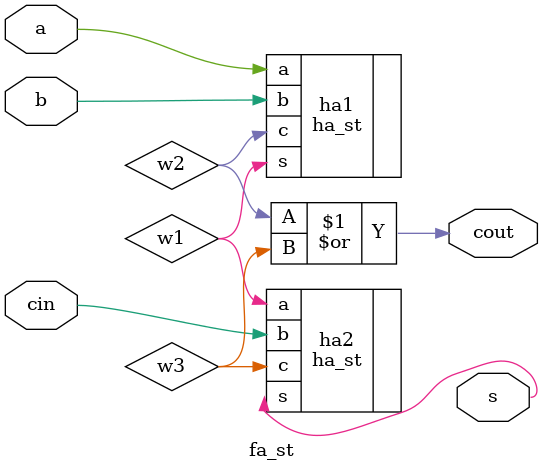
<source format=v>
module fa_st
(input a,b,cin,
output s,cout);

wire w1,w2,w3;
ha_st ha1 (.a(a),.b(b),.s(w1),.c(w2));
ha_st ha2 (.s(s),.a(w1),.c(w3),.b(cin));

or or1 (cout,w2,w3);

endmodule 
</source>
